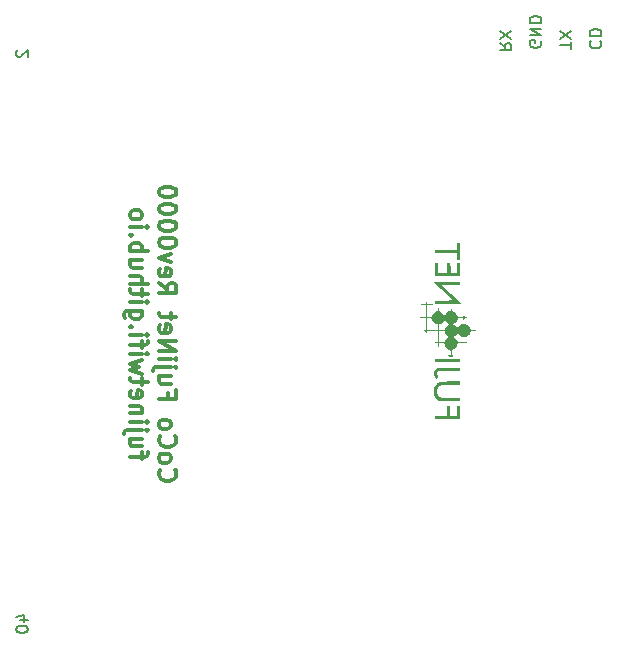
<source format=gbr>
%TF.GenerationSoftware,KiCad,Pcbnew,8.0.4*%
%TF.CreationDate,2024-08-25T21:49:16-05:00*%
%TF.ProjectId,CoCo-FujiNet-Rev0000,436f436f-2d46-4756-9a69-4e65742d5265,Rev 0000*%
%TF.SameCoordinates,Original*%
%TF.FileFunction,Legend,Bot*%
%TF.FilePolarity,Positive*%
%FSLAX46Y46*%
G04 Gerber Fmt 4.6, Leading zero omitted, Abs format (unit mm)*
G04 Created by KiCad (PCBNEW 8.0.4) date 2024-08-25 21:49:16*
%MOMM*%
%LPD*%
G01*
G04 APERTURE LIST*
%ADD10C,0.150000*%
%ADD11C,0.300000*%
%ADD12C,0.000000*%
G04 APERTURE END LIST*
D10*
X149208180Y-64936041D02*
X149684371Y-65269374D01*
X149208180Y-65507469D02*
X150208180Y-65507469D01*
X150208180Y-65507469D02*
X150208180Y-65126517D01*
X150208180Y-65126517D02*
X150160561Y-65031279D01*
X150160561Y-65031279D02*
X150112942Y-64983660D01*
X150112942Y-64983660D02*
X150017704Y-64936041D01*
X150017704Y-64936041D02*
X149874847Y-64936041D01*
X149874847Y-64936041D02*
X149779609Y-64983660D01*
X149779609Y-64983660D02*
X149731990Y-65031279D01*
X149731990Y-65031279D02*
X149684371Y-65126517D01*
X149684371Y-65126517D02*
X149684371Y-65507469D01*
X150208180Y-64602707D02*
X149208180Y-63936041D01*
X150208180Y-63936041D02*
X149208180Y-64602707D01*
D11*
X120485944Y-101034999D02*
X120414516Y-101106427D01*
X120414516Y-101106427D02*
X120343087Y-101320713D01*
X120343087Y-101320713D02*
X120343087Y-101463570D01*
X120343087Y-101463570D02*
X120414516Y-101677856D01*
X120414516Y-101677856D02*
X120557373Y-101820713D01*
X120557373Y-101820713D02*
X120700230Y-101892142D01*
X120700230Y-101892142D02*
X120985944Y-101963570D01*
X120985944Y-101963570D02*
X121200230Y-101963570D01*
X121200230Y-101963570D02*
X121485944Y-101892142D01*
X121485944Y-101892142D02*
X121628801Y-101820713D01*
X121628801Y-101820713D02*
X121771658Y-101677856D01*
X121771658Y-101677856D02*
X121843087Y-101463570D01*
X121843087Y-101463570D02*
X121843087Y-101320713D01*
X121843087Y-101320713D02*
X121771658Y-101106427D01*
X121771658Y-101106427D02*
X121700230Y-101034999D01*
X120343087Y-100177856D02*
X120414516Y-100320713D01*
X120414516Y-100320713D02*
X120485944Y-100392142D01*
X120485944Y-100392142D02*
X120628801Y-100463570D01*
X120628801Y-100463570D02*
X121057373Y-100463570D01*
X121057373Y-100463570D02*
X121200230Y-100392142D01*
X121200230Y-100392142D02*
X121271658Y-100320713D01*
X121271658Y-100320713D02*
X121343087Y-100177856D01*
X121343087Y-100177856D02*
X121343087Y-99963570D01*
X121343087Y-99963570D02*
X121271658Y-99820713D01*
X121271658Y-99820713D02*
X121200230Y-99749285D01*
X121200230Y-99749285D02*
X121057373Y-99677856D01*
X121057373Y-99677856D02*
X120628801Y-99677856D01*
X120628801Y-99677856D02*
X120485944Y-99749285D01*
X120485944Y-99749285D02*
X120414516Y-99820713D01*
X120414516Y-99820713D02*
X120343087Y-99963570D01*
X120343087Y-99963570D02*
X120343087Y-100177856D01*
X120485944Y-98177856D02*
X120414516Y-98249284D01*
X120414516Y-98249284D02*
X120343087Y-98463570D01*
X120343087Y-98463570D02*
X120343087Y-98606427D01*
X120343087Y-98606427D02*
X120414516Y-98820713D01*
X120414516Y-98820713D02*
X120557373Y-98963570D01*
X120557373Y-98963570D02*
X120700230Y-99034999D01*
X120700230Y-99034999D02*
X120985944Y-99106427D01*
X120985944Y-99106427D02*
X121200230Y-99106427D01*
X121200230Y-99106427D02*
X121485944Y-99034999D01*
X121485944Y-99034999D02*
X121628801Y-98963570D01*
X121628801Y-98963570D02*
X121771658Y-98820713D01*
X121771658Y-98820713D02*
X121843087Y-98606427D01*
X121843087Y-98606427D02*
X121843087Y-98463570D01*
X121843087Y-98463570D02*
X121771658Y-98249284D01*
X121771658Y-98249284D02*
X121700230Y-98177856D01*
X120343087Y-97320713D02*
X120414516Y-97463570D01*
X120414516Y-97463570D02*
X120485944Y-97534999D01*
X120485944Y-97534999D02*
X120628801Y-97606427D01*
X120628801Y-97606427D02*
X121057373Y-97606427D01*
X121057373Y-97606427D02*
X121200230Y-97534999D01*
X121200230Y-97534999D02*
X121271658Y-97463570D01*
X121271658Y-97463570D02*
X121343087Y-97320713D01*
X121343087Y-97320713D02*
X121343087Y-97106427D01*
X121343087Y-97106427D02*
X121271658Y-96963570D01*
X121271658Y-96963570D02*
X121200230Y-96892142D01*
X121200230Y-96892142D02*
X121057373Y-96820713D01*
X121057373Y-96820713D02*
X120628801Y-96820713D01*
X120628801Y-96820713D02*
X120485944Y-96892142D01*
X120485944Y-96892142D02*
X120414516Y-96963570D01*
X120414516Y-96963570D02*
X120343087Y-97106427D01*
X120343087Y-97106427D02*
X120343087Y-97320713D01*
X121128801Y-94534999D02*
X121128801Y-95034999D01*
X120343087Y-95034999D02*
X121843087Y-95034999D01*
X121843087Y-95034999D02*
X121843087Y-94320713D01*
X121343087Y-93106428D02*
X120343087Y-93106428D01*
X121343087Y-93749285D02*
X120557373Y-93749285D01*
X120557373Y-93749285D02*
X120414516Y-93677856D01*
X120414516Y-93677856D02*
X120343087Y-93534999D01*
X120343087Y-93534999D02*
X120343087Y-93320713D01*
X120343087Y-93320713D02*
X120414516Y-93177856D01*
X120414516Y-93177856D02*
X120485944Y-93106428D01*
X121343087Y-92392142D02*
X120057373Y-92392142D01*
X120057373Y-92392142D02*
X119914516Y-92463570D01*
X119914516Y-92463570D02*
X119843087Y-92606427D01*
X119843087Y-92606427D02*
X119843087Y-92677856D01*
X121843087Y-92392142D02*
X121771658Y-92463570D01*
X121771658Y-92463570D02*
X121700230Y-92392142D01*
X121700230Y-92392142D02*
X121771658Y-92320713D01*
X121771658Y-92320713D02*
X121843087Y-92392142D01*
X121843087Y-92392142D02*
X121700230Y-92392142D01*
X120343087Y-91677856D02*
X121343087Y-91677856D01*
X121843087Y-91677856D02*
X121771658Y-91749284D01*
X121771658Y-91749284D02*
X121700230Y-91677856D01*
X121700230Y-91677856D02*
X121771658Y-91606427D01*
X121771658Y-91606427D02*
X121843087Y-91677856D01*
X121843087Y-91677856D02*
X121700230Y-91677856D01*
X120343087Y-90963570D02*
X121843087Y-90963570D01*
X121843087Y-90963570D02*
X120343087Y-90106427D01*
X120343087Y-90106427D02*
X121843087Y-90106427D01*
X120414516Y-88820712D02*
X120343087Y-88963569D01*
X120343087Y-88963569D02*
X120343087Y-89249284D01*
X120343087Y-89249284D02*
X120414516Y-89392141D01*
X120414516Y-89392141D02*
X120557373Y-89463569D01*
X120557373Y-89463569D02*
X121128801Y-89463569D01*
X121128801Y-89463569D02*
X121271658Y-89392141D01*
X121271658Y-89392141D02*
X121343087Y-89249284D01*
X121343087Y-89249284D02*
X121343087Y-88963569D01*
X121343087Y-88963569D02*
X121271658Y-88820712D01*
X121271658Y-88820712D02*
X121128801Y-88749284D01*
X121128801Y-88749284D02*
X120985944Y-88749284D01*
X120985944Y-88749284D02*
X120843087Y-89463569D01*
X121343087Y-88320712D02*
X121343087Y-87749284D01*
X121843087Y-88106427D02*
X120557373Y-88106427D01*
X120557373Y-88106427D02*
X120414516Y-88034998D01*
X120414516Y-88034998D02*
X120343087Y-87892141D01*
X120343087Y-87892141D02*
X120343087Y-87749284D01*
X120343087Y-85249284D02*
X121057373Y-85749284D01*
X120343087Y-86106427D02*
X121843087Y-86106427D01*
X121843087Y-86106427D02*
X121843087Y-85534998D01*
X121843087Y-85534998D02*
X121771658Y-85392141D01*
X121771658Y-85392141D02*
X121700230Y-85320712D01*
X121700230Y-85320712D02*
X121557373Y-85249284D01*
X121557373Y-85249284D02*
X121343087Y-85249284D01*
X121343087Y-85249284D02*
X121200230Y-85320712D01*
X121200230Y-85320712D02*
X121128801Y-85392141D01*
X121128801Y-85392141D02*
X121057373Y-85534998D01*
X121057373Y-85534998D02*
X121057373Y-86106427D01*
X120414516Y-84034998D02*
X120343087Y-84177855D01*
X120343087Y-84177855D02*
X120343087Y-84463570D01*
X120343087Y-84463570D02*
X120414516Y-84606427D01*
X120414516Y-84606427D02*
X120557373Y-84677855D01*
X120557373Y-84677855D02*
X121128801Y-84677855D01*
X121128801Y-84677855D02*
X121271658Y-84606427D01*
X121271658Y-84606427D02*
X121343087Y-84463570D01*
X121343087Y-84463570D02*
X121343087Y-84177855D01*
X121343087Y-84177855D02*
X121271658Y-84034998D01*
X121271658Y-84034998D02*
X121128801Y-83963570D01*
X121128801Y-83963570D02*
X120985944Y-83963570D01*
X120985944Y-83963570D02*
X120843087Y-84677855D01*
X121343087Y-83463570D02*
X120343087Y-83106427D01*
X120343087Y-83106427D02*
X121343087Y-82749284D01*
X121843087Y-81892141D02*
X121843087Y-81749284D01*
X121843087Y-81749284D02*
X121771658Y-81606427D01*
X121771658Y-81606427D02*
X121700230Y-81534999D01*
X121700230Y-81534999D02*
X121557373Y-81463570D01*
X121557373Y-81463570D02*
X121271658Y-81392141D01*
X121271658Y-81392141D02*
X120914516Y-81392141D01*
X120914516Y-81392141D02*
X120628801Y-81463570D01*
X120628801Y-81463570D02*
X120485944Y-81534999D01*
X120485944Y-81534999D02*
X120414516Y-81606427D01*
X120414516Y-81606427D02*
X120343087Y-81749284D01*
X120343087Y-81749284D02*
X120343087Y-81892141D01*
X120343087Y-81892141D02*
X120414516Y-82034999D01*
X120414516Y-82034999D02*
X120485944Y-82106427D01*
X120485944Y-82106427D02*
X120628801Y-82177856D01*
X120628801Y-82177856D02*
X120914516Y-82249284D01*
X120914516Y-82249284D02*
X121271658Y-82249284D01*
X121271658Y-82249284D02*
X121557373Y-82177856D01*
X121557373Y-82177856D02*
X121700230Y-82106427D01*
X121700230Y-82106427D02*
X121771658Y-82034999D01*
X121771658Y-82034999D02*
X121843087Y-81892141D01*
X121843087Y-80463570D02*
X121843087Y-80320713D01*
X121843087Y-80320713D02*
X121771658Y-80177856D01*
X121771658Y-80177856D02*
X121700230Y-80106428D01*
X121700230Y-80106428D02*
X121557373Y-80034999D01*
X121557373Y-80034999D02*
X121271658Y-79963570D01*
X121271658Y-79963570D02*
X120914516Y-79963570D01*
X120914516Y-79963570D02*
X120628801Y-80034999D01*
X120628801Y-80034999D02*
X120485944Y-80106428D01*
X120485944Y-80106428D02*
X120414516Y-80177856D01*
X120414516Y-80177856D02*
X120343087Y-80320713D01*
X120343087Y-80320713D02*
X120343087Y-80463570D01*
X120343087Y-80463570D02*
X120414516Y-80606428D01*
X120414516Y-80606428D02*
X120485944Y-80677856D01*
X120485944Y-80677856D02*
X120628801Y-80749285D01*
X120628801Y-80749285D02*
X120914516Y-80820713D01*
X120914516Y-80820713D02*
X121271658Y-80820713D01*
X121271658Y-80820713D02*
X121557373Y-80749285D01*
X121557373Y-80749285D02*
X121700230Y-80677856D01*
X121700230Y-80677856D02*
X121771658Y-80606428D01*
X121771658Y-80606428D02*
X121843087Y-80463570D01*
X121843087Y-79034999D02*
X121843087Y-78892142D01*
X121843087Y-78892142D02*
X121771658Y-78749285D01*
X121771658Y-78749285D02*
X121700230Y-78677857D01*
X121700230Y-78677857D02*
X121557373Y-78606428D01*
X121557373Y-78606428D02*
X121271658Y-78534999D01*
X121271658Y-78534999D02*
X120914516Y-78534999D01*
X120914516Y-78534999D02*
X120628801Y-78606428D01*
X120628801Y-78606428D02*
X120485944Y-78677857D01*
X120485944Y-78677857D02*
X120414516Y-78749285D01*
X120414516Y-78749285D02*
X120343087Y-78892142D01*
X120343087Y-78892142D02*
X120343087Y-79034999D01*
X120343087Y-79034999D02*
X120414516Y-79177857D01*
X120414516Y-79177857D02*
X120485944Y-79249285D01*
X120485944Y-79249285D02*
X120628801Y-79320714D01*
X120628801Y-79320714D02*
X120914516Y-79392142D01*
X120914516Y-79392142D02*
X121271658Y-79392142D01*
X121271658Y-79392142D02*
X121557373Y-79320714D01*
X121557373Y-79320714D02*
X121700230Y-79249285D01*
X121700230Y-79249285D02*
X121771658Y-79177857D01*
X121771658Y-79177857D02*
X121843087Y-79034999D01*
X121843087Y-77606428D02*
X121843087Y-77463571D01*
X121843087Y-77463571D02*
X121771658Y-77320714D01*
X121771658Y-77320714D02*
X121700230Y-77249286D01*
X121700230Y-77249286D02*
X121557373Y-77177857D01*
X121557373Y-77177857D02*
X121271658Y-77106428D01*
X121271658Y-77106428D02*
X120914516Y-77106428D01*
X120914516Y-77106428D02*
X120628801Y-77177857D01*
X120628801Y-77177857D02*
X120485944Y-77249286D01*
X120485944Y-77249286D02*
X120414516Y-77320714D01*
X120414516Y-77320714D02*
X120343087Y-77463571D01*
X120343087Y-77463571D02*
X120343087Y-77606428D01*
X120343087Y-77606428D02*
X120414516Y-77749286D01*
X120414516Y-77749286D02*
X120485944Y-77820714D01*
X120485944Y-77820714D02*
X120628801Y-77892143D01*
X120628801Y-77892143D02*
X120914516Y-77963571D01*
X120914516Y-77963571D02*
X121271658Y-77963571D01*
X121271658Y-77963571D02*
X121557373Y-77892143D01*
X121557373Y-77892143D02*
X121700230Y-77820714D01*
X121700230Y-77820714D02*
X121771658Y-77749286D01*
X121771658Y-77749286D02*
X121843087Y-77606428D01*
X118928171Y-100142144D02*
X118928171Y-99570716D01*
X117928171Y-99927859D02*
X119213885Y-99927859D01*
X119213885Y-99927859D02*
X119356742Y-99856430D01*
X119356742Y-99856430D02*
X119428171Y-99713573D01*
X119428171Y-99713573D02*
X119428171Y-99570716D01*
X118928171Y-98427859D02*
X117928171Y-98427859D01*
X118928171Y-99070716D02*
X118142457Y-99070716D01*
X118142457Y-99070716D02*
X117999600Y-98999287D01*
X117999600Y-98999287D02*
X117928171Y-98856430D01*
X117928171Y-98856430D02*
X117928171Y-98642144D01*
X117928171Y-98642144D02*
X117999600Y-98499287D01*
X117999600Y-98499287D02*
X118071028Y-98427859D01*
X118928171Y-97713573D02*
X117642457Y-97713573D01*
X117642457Y-97713573D02*
X117499600Y-97785001D01*
X117499600Y-97785001D02*
X117428171Y-97927858D01*
X117428171Y-97927858D02*
X117428171Y-97999287D01*
X119428171Y-97713573D02*
X119356742Y-97785001D01*
X119356742Y-97785001D02*
X119285314Y-97713573D01*
X119285314Y-97713573D02*
X119356742Y-97642144D01*
X119356742Y-97642144D02*
X119428171Y-97713573D01*
X119428171Y-97713573D02*
X119285314Y-97713573D01*
X117928171Y-96999287D02*
X118928171Y-96999287D01*
X119428171Y-96999287D02*
X119356742Y-97070715D01*
X119356742Y-97070715D02*
X119285314Y-96999287D01*
X119285314Y-96999287D02*
X119356742Y-96927858D01*
X119356742Y-96927858D02*
X119428171Y-96999287D01*
X119428171Y-96999287D02*
X119285314Y-96999287D01*
X118928171Y-96285001D02*
X117928171Y-96285001D01*
X118785314Y-96285001D02*
X118856742Y-96213572D01*
X118856742Y-96213572D02*
X118928171Y-96070715D01*
X118928171Y-96070715D02*
X118928171Y-95856429D01*
X118928171Y-95856429D02*
X118856742Y-95713572D01*
X118856742Y-95713572D02*
X118713885Y-95642144D01*
X118713885Y-95642144D02*
X117928171Y-95642144D01*
X117999600Y-94356429D02*
X117928171Y-94499286D01*
X117928171Y-94499286D02*
X117928171Y-94785001D01*
X117928171Y-94785001D02*
X117999600Y-94927858D01*
X117999600Y-94927858D02*
X118142457Y-94999286D01*
X118142457Y-94999286D02*
X118713885Y-94999286D01*
X118713885Y-94999286D02*
X118856742Y-94927858D01*
X118856742Y-94927858D02*
X118928171Y-94785001D01*
X118928171Y-94785001D02*
X118928171Y-94499286D01*
X118928171Y-94499286D02*
X118856742Y-94356429D01*
X118856742Y-94356429D02*
X118713885Y-94285001D01*
X118713885Y-94285001D02*
X118571028Y-94285001D01*
X118571028Y-94285001D02*
X118428171Y-94999286D01*
X118928171Y-93856429D02*
X118928171Y-93285001D01*
X119428171Y-93642144D02*
X118142457Y-93642144D01*
X118142457Y-93642144D02*
X117999600Y-93570715D01*
X117999600Y-93570715D02*
X117928171Y-93427858D01*
X117928171Y-93427858D02*
X117928171Y-93285001D01*
X118928171Y-92927858D02*
X117928171Y-92642144D01*
X117928171Y-92642144D02*
X118642457Y-92356429D01*
X118642457Y-92356429D02*
X117928171Y-92070715D01*
X117928171Y-92070715D02*
X118928171Y-91785001D01*
X117928171Y-91213572D02*
X118928171Y-91213572D01*
X119428171Y-91213572D02*
X119356742Y-91285000D01*
X119356742Y-91285000D02*
X119285314Y-91213572D01*
X119285314Y-91213572D02*
X119356742Y-91142143D01*
X119356742Y-91142143D02*
X119428171Y-91213572D01*
X119428171Y-91213572D02*
X119285314Y-91213572D01*
X118928171Y-90713571D02*
X118928171Y-90142143D01*
X117928171Y-90499286D02*
X119213885Y-90499286D01*
X119213885Y-90499286D02*
X119356742Y-90427857D01*
X119356742Y-90427857D02*
X119428171Y-90285000D01*
X119428171Y-90285000D02*
X119428171Y-90142143D01*
X117928171Y-89642143D02*
X118928171Y-89642143D01*
X119428171Y-89642143D02*
X119356742Y-89713571D01*
X119356742Y-89713571D02*
X119285314Y-89642143D01*
X119285314Y-89642143D02*
X119356742Y-89570714D01*
X119356742Y-89570714D02*
X119428171Y-89642143D01*
X119428171Y-89642143D02*
X119285314Y-89642143D01*
X118071028Y-88927857D02*
X117999600Y-88856428D01*
X117999600Y-88856428D02*
X117928171Y-88927857D01*
X117928171Y-88927857D02*
X117999600Y-88999285D01*
X117999600Y-88999285D02*
X118071028Y-88927857D01*
X118071028Y-88927857D02*
X117928171Y-88927857D01*
X118928171Y-87570714D02*
X117713885Y-87570714D01*
X117713885Y-87570714D02*
X117571028Y-87642142D01*
X117571028Y-87642142D02*
X117499600Y-87713571D01*
X117499600Y-87713571D02*
X117428171Y-87856428D01*
X117428171Y-87856428D02*
X117428171Y-88070714D01*
X117428171Y-88070714D02*
X117499600Y-88213571D01*
X117999600Y-87570714D02*
X117928171Y-87713571D01*
X117928171Y-87713571D02*
X117928171Y-87999285D01*
X117928171Y-87999285D02*
X117999600Y-88142142D01*
X117999600Y-88142142D02*
X118071028Y-88213571D01*
X118071028Y-88213571D02*
X118213885Y-88284999D01*
X118213885Y-88284999D02*
X118642457Y-88284999D01*
X118642457Y-88284999D02*
X118785314Y-88213571D01*
X118785314Y-88213571D02*
X118856742Y-88142142D01*
X118856742Y-88142142D02*
X118928171Y-87999285D01*
X118928171Y-87999285D02*
X118928171Y-87713571D01*
X118928171Y-87713571D02*
X118856742Y-87570714D01*
X117928171Y-86856428D02*
X118928171Y-86856428D01*
X119428171Y-86856428D02*
X119356742Y-86927856D01*
X119356742Y-86927856D02*
X119285314Y-86856428D01*
X119285314Y-86856428D02*
X119356742Y-86784999D01*
X119356742Y-86784999D02*
X119428171Y-86856428D01*
X119428171Y-86856428D02*
X119285314Y-86856428D01*
X118928171Y-86356427D02*
X118928171Y-85784999D01*
X119428171Y-86142142D02*
X118142457Y-86142142D01*
X118142457Y-86142142D02*
X117999600Y-86070713D01*
X117999600Y-86070713D02*
X117928171Y-85927856D01*
X117928171Y-85927856D02*
X117928171Y-85784999D01*
X117928171Y-85284999D02*
X119428171Y-85284999D01*
X117928171Y-84642142D02*
X118713885Y-84642142D01*
X118713885Y-84642142D02*
X118856742Y-84713570D01*
X118856742Y-84713570D02*
X118928171Y-84856427D01*
X118928171Y-84856427D02*
X118928171Y-85070713D01*
X118928171Y-85070713D02*
X118856742Y-85213570D01*
X118856742Y-85213570D02*
X118785314Y-85284999D01*
X118928171Y-83284999D02*
X117928171Y-83284999D01*
X118928171Y-83927856D02*
X118142457Y-83927856D01*
X118142457Y-83927856D02*
X117999600Y-83856427D01*
X117999600Y-83856427D02*
X117928171Y-83713570D01*
X117928171Y-83713570D02*
X117928171Y-83499284D01*
X117928171Y-83499284D02*
X117999600Y-83356427D01*
X117999600Y-83356427D02*
X118071028Y-83284999D01*
X117928171Y-82570713D02*
X119428171Y-82570713D01*
X118856742Y-82570713D02*
X118928171Y-82427856D01*
X118928171Y-82427856D02*
X118928171Y-82142141D01*
X118928171Y-82142141D02*
X118856742Y-81999284D01*
X118856742Y-81999284D02*
X118785314Y-81927856D01*
X118785314Y-81927856D02*
X118642457Y-81856427D01*
X118642457Y-81856427D02*
X118213885Y-81856427D01*
X118213885Y-81856427D02*
X118071028Y-81927856D01*
X118071028Y-81927856D02*
X117999600Y-81999284D01*
X117999600Y-81999284D02*
X117928171Y-82142141D01*
X117928171Y-82142141D02*
X117928171Y-82427856D01*
X117928171Y-82427856D02*
X117999600Y-82570713D01*
X118071028Y-81213570D02*
X117999600Y-81142141D01*
X117999600Y-81142141D02*
X117928171Y-81213570D01*
X117928171Y-81213570D02*
X117999600Y-81284998D01*
X117999600Y-81284998D02*
X118071028Y-81213570D01*
X118071028Y-81213570D02*
X117928171Y-81213570D01*
X117928171Y-80499284D02*
X118928171Y-80499284D01*
X119428171Y-80499284D02*
X119356742Y-80570712D01*
X119356742Y-80570712D02*
X119285314Y-80499284D01*
X119285314Y-80499284D02*
X119356742Y-80427855D01*
X119356742Y-80427855D02*
X119428171Y-80499284D01*
X119428171Y-80499284D02*
X119285314Y-80499284D01*
X117928171Y-79570712D02*
X117999600Y-79713569D01*
X117999600Y-79713569D02*
X118071028Y-79784998D01*
X118071028Y-79784998D02*
X118213885Y-79856426D01*
X118213885Y-79856426D02*
X118642457Y-79856426D01*
X118642457Y-79856426D02*
X118785314Y-79784998D01*
X118785314Y-79784998D02*
X118856742Y-79713569D01*
X118856742Y-79713569D02*
X118928171Y-79570712D01*
X118928171Y-79570712D02*
X118928171Y-79356426D01*
X118928171Y-79356426D02*
X118856742Y-79213569D01*
X118856742Y-79213569D02*
X118785314Y-79142141D01*
X118785314Y-79142141D02*
X118642457Y-79070712D01*
X118642457Y-79070712D02*
X118213885Y-79070712D01*
X118213885Y-79070712D02*
X118071028Y-79142141D01*
X118071028Y-79142141D02*
X117999600Y-79213569D01*
X117999600Y-79213569D02*
X117928171Y-79356426D01*
X117928171Y-79356426D02*
X117928171Y-79570712D01*
D10*
X152700561Y-64738911D02*
X152748180Y-64834149D01*
X152748180Y-64834149D02*
X152748180Y-64977006D01*
X152748180Y-64977006D02*
X152700561Y-65119863D01*
X152700561Y-65119863D02*
X152605323Y-65215101D01*
X152605323Y-65215101D02*
X152510085Y-65262720D01*
X152510085Y-65262720D02*
X152319609Y-65310339D01*
X152319609Y-65310339D02*
X152176752Y-65310339D01*
X152176752Y-65310339D02*
X151986276Y-65262720D01*
X151986276Y-65262720D02*
X151891038Y-65215101D01*
X151891038Y-65215101D02*
X151795800Y-65119863D01*
X151795800Y-65119863D02*
X151748180Y-64977006D01*
X151748180Y-64977006D02*
X151748180Y-64881768D01*
X151748180Y-64881768D02*
X151795800Y-64738911D01*
X151795800Y-64738911D02*
X151843419Y-64691292D01*
X151843419Y-64691292D02*
X152176752Y-64691292D01*
X152176752Y-64691292D02*
X152176752Y-64881768D01*
X151748180Y-64262720D02*
X152748180Y-64262720D01*
X152748180Y-64262720D02*
X151748180Y-63691292D01*
X151748180Y-63691292D02*
X152748180Y-63691292D01*
X151748180Y-63215101D02*
X152748180Y-63215101D01*
X152748180Y-63215101D02*
X152748180Y-62977006D01*
X152748180Y-62977006D02*
X152700561Y-62834149D01*
X152700561Y-62834149D02*
X152605323Y-62738911D01*
X152605323Y-62738911D02*
X152510085Y-62691292D01*
X152510085Y-62691292D02*
X152319609Y-62643673D01*
X152319609Y-62643673D02*
X152176752Y-62643673D01*
X152176752Y-62643673D02*
X151986276Y-62691292D01*
X151986276Y-62691292D02*
X151891038Y-62738911D01*
X151891038Y-62738911D02*
X151795800Y-62834149D01*
X151795800Y-62834149D02*
X151748180Y-62977006D01*
X151748180Y-62977006D02*
X151748180Y-63215101D01*
X156923419Y-64729660D02*
X156875800Y-64777279D01*
X156875800Y-64777279D02*
X156828180Y-64920136D01*
X156828180Y-64920136D02*
X156828180Y-65015374D01*
X156828180Y-65015374D02*
X156875800Y-65158231D01*
X156875800Y-65158231D02*
X156971038Y-65253469D01*
X156971038Y-65253469D02*
X157066276Y-65301088D01*
X157066276Y-65301088D02*
X157256752Y-65348707D01*
X157256752Y-65348707D02*
X157399609Y-65348707D01*
X157399609Y-65348707D02*
X157590085Y-65301088D01*
X157590085Y-65301088D02*
X157685323Y-65253469D01*
X157685323Y-65253469D02*
X157780561Y-65158231D01*
X157780561Y-65158231D02*
X157828180Y-65015374D01*
X157828180Y-65015374D02*
X157828180Y-64920136D01*
X157828180Y-64920136D02*
X157780561Y-64777279D01*
X157780561Y-64777279D02*
X157732942Y-64729660D01*
X156828180Y-64301088D02*
X157828180Y-64301088D01*
X157828180Y-64301088D02*
X157828180Y-64062993D01*
X157828180Y-64062993D02*
X157780561Y-63920136D01*
X157780561Y-63920136D02*
X157685323Y-63824898D01*
X157685323Y-63824898D02*
X157590085Y-63777279D01*
X157590085Y-63777279D02*
X157399609Y-63729660D01*
X157399609Y-63729660D02*
X157256752Y-63729660D01*
X157256752Y-63729660D02*
X157066276Y-63777279D01*
X157066276Y-63777279D02*
X156971038Y-63824898D01*
X156971038Y-63824898D02*
X156875800Y-63920136D01*
X156875800Y-63920136D02*
X156828180Y-64062993D01*
X156828180Y-64062993D02*
X156828180Y-64301088D01*
X155288180Y-65412231D02*
X155288180Y-64840803D01*
X154288180Y-65126517D02*
X155288180Y-65126517D01*
X155288180Y-64602707D02*
X154288180Y-63936041D01*
X155288180Y-63936041D02*
X154288180Y-64602707D01*
X108607152Y-113794035D02*
X109273819Y-113794035D01*
X108226200Y-113555940D02*
X108940485Y-113317845D01*
X108940485Y-113317845D02*
X108940485Y-113936892D01*
X108273819Y-114508321D02*
X108273819Y-114603559D01*
X108273819Y-114603559D02*
X108321438Y-114698797D01*
X108321438Y-114698797D02*
X108369057Y-114746416D01*
X108369057Y-114746416D02*
X108464295Y-114794035D01*
X108464295Y-114794035D02*
X108654771Y-114841654D01*
X108654771Y-114841654D02*
X108892866Y-114841654D01*
X108892866Y-114841654D02*
X109083342Y-114794035D01*
X109083342Y-114794035D02*
X109178580Y-114746416D01*
X109178580Y-114746416D02*
X109226200Y-114698797D01*
X109226200Y-114698797D02*
X109273819Y-114603559D01*
X109273819Y-114603559D02*
X109273819Y-114508321D01*
X109273819Y-114508321D02*
X109226200Y-114413083D01*
X109226200Y-114413083D02*
X109178580Y-114365464D01*
X109178580Y-114365464D02*
X109083342Y-114317845D01*
X109083342Y-114317845D02*
X108892866Y-114270226D01*
X108892866Y-114270226D02*
X108654771Y-114270226D01*
X108654771Y-114270226D02*
X108464295Y-114317845D01*
X108464295Y-114317845D02*
X108369057Y-114365464D01*
X108369057Y-114365464D02*
X108321438Y-114413083D01*
X108321438Y-114413083D02*
X108273819Y-114508321D01*
X108369057Y-65534036D02*
X108321438Y-65581655D01*
X108321438Y-65581655D02*
X108273819Y-65676893D01*
X108273819Y-65676893D02*
X108273819Y-65914988D01*
X108273819Y-65914988D02*
X108321438Y-66010226D01*
X108321438Y-66010226D02*
X108369057Y-66057845D01*
X108369057Y-66057845D02*
X108464295Y-66105464D01*
X108464295Y-66105464D02*
X108559533Y-66105464D01*
X108559533Y-66105464D02*
X108702390Y-66057845D01*
X108702390Y-66057845D02*
X109273819Y-65486417D01*
X109273819Y-65486417D02*
X109273819Y-66105464D01*
D12*
%TO.C,G\u002A\u002A\u002A*%
G36*
X145884347Y-91781121D02*
G01*
X145884347Y-91919165D01*
X144795338Y-91919165D01*
X143706328Y-91919165D01*
X143706328Y-91781121D01*
X143706328Y-91643078D01*
X144795338Y-91643078D01*
X145884347Y-91643078D01*
X145884347Y-91781121D01*
G37*
G36*
X145884347Y-82576459D02*
G01*
X145884347Y-83329793D01*
X145746304Y-83329793D01*
X145608260Y-83329793D01*
X145608260Y-83023029D01*
X145608260Y-82716266D01*
X144655530Y-82716266D01*
X143702800Y-82716266D01*
X143712233Y-82585892D01*
X143721666Y-82455517D01*
X144663858Y-82447406D01*
X145606049Y-82439296D01*
X145614824Y-82140643D01*
X145623599Y-81841991D01*
X145753973Y-81832558D01*
X145884347Y-81823125D01*
X145884347Y-82576459D01*
G37*
G36*
X145025410Y-96060469D02*
G01*
X145025410Y-96489938D01*
X145332173Y-96489938D01*
X145638937Y-96489938D01*
X145638937Y-96060469D01*
X145638937Y-95631000D01*
X145761642Y-95631000D01*
X145884347Y-95631000D01*
X145884347Y-96198512D01*
X145884347Y-96766024D01*
X144793574Y-96766024D01*
X143702800Y-96766024D01*
X143712233Y-96635650D01*
X143721666Y-96505276D01*
X144250833Y-96496882D01*
X144780000Y-96488489D01*
X144780000Y-96059745D01*
X144780000Y-95631000D01*
X144902705Y-95631000D01*
X145025410Y-95631000D01*
X145025410Y-96060469D01*
G37*
G36*
X144911227Y-83519798D02*
G01*
X145040748Y-83529189D01*
X145049267Y-83967466D01*
X145057785Y-84405744D01*
X145340692Y-84396935D01*
X145623599Y-84388126D01*
X145632110Y-83950988D01*
X145640621Y-83513851D01*
X145762484Y-83513851D01*
X145884347Y-83513851D01*
X145884347Y-84096701D01*
X145884347Y-84679551D01*
X144815789Y-84679551D01*
X144603765Y-84679146D01*
X144369644Y-84677688D01*
X144161190Y-84675299D01*
X143985540Y-84672112D01*
X143849829Y-84668260D01*
X143761197Y-84663878D01*
X143726779Y-84659100D01*
X143720555Y-84626088D01*
X143714860Y-84541088D01*
X143710356Y-84414407D01*
X143707394Y-84256107D01*
X143706328Y-84076250D01*
X143706328Y-83513851D01*
X143844372Y-83513851D01*
X143982415Y-83513851D01*
X143982415Y-83959574D01*
X143982415Y-84405297D01*
X144373538Y-84396712D01*
X144764661Y-84388126D01*
X144773183Y-83949266D01*
X144781705Y-83510406D01*
X144911227Y-83519798D01*
G37*
G36*
X145884347Y-85292568D02*
G01*
X145884347Y-85414764D01*
X145086552Y-85422943D01*
X144288757Y-85431121D01*
X145117228Y-86191075D01*
X145121045Y-86194577D01*
X145309652Y-86368417D01*
X145483042Y-86529773D01*
X145636186Y-86673848D01*
X145764053Y-86795844D01*
X145861615Y-86890962D01*
X145923840Y-86954405D01*
X145945700Y-86981374D01*
X145944385Y-86983298D01*
X145901516Y-86991470D01*
X145799426Y-86997778D01*
X145639855Y-87002186D01*
X145424546Y-87004660D01*
X145155241Y-87005165D01*
X144833683Y-87003666D01*
X143721666Y-86995614D01*
X143712258Y-86865752D01*
X143702851Y-86735891D01*
X144496489Y-86727709D01*
X145290127Y-86719527D01*
X144467551Y-85956985D01*
X144463671Y-85953388D01*
X144276425Y-85779478D01*
X144104286Y-85618988D01*
X143952249Y-85476620D01*
X143825307Y-85357077D01*
X143728451Y-85265059D01*
X143666677Y-85205269D01*
X143644975Y-85182408D01*
X143644987Y-85182353D01*
X143675667Y-85179613D01*
X143760767Y-85177094D01*
X143893491Y-85174869D01*
X144067040Y-85173011D01*
X144274617Y-85171594D01*
X144509423Y-85170690D01*
X144764661Y-85170372D01*
X145884347Y-85170372D01*
X145884347Y-85292568D01*
G37*
G36*
X145878442Y-92540360D02*
G01*
X145869009Y-92670735D01*
X144945701Y-92686073D01*
X144936785Y-92686221D01*
X144660982Y-92691431D01*
X144440664Y-92697072D01*
X144270126Y-92703480D01*
X144143667Y-92710992D01*
X144055582Y-92719944D01*
X144000170Y-92730672D01*
X143971728Y-92743513D01*
X143943326Y-92780467D01*
X143923135Y-92869009D01*
X143936425Y-92970821D01*
X143982415Y-93062559D01*
X143984683Y-93065459D01*
X144026489Y-93125894D01*
X144043768Y-93164417D01*
X144025180Y-93203702D01*
X143975727Y-93259853D01*
X143917251Y-93309128D01*
X143871789Y-93330276D01*
X143868951Y-93330098D01*
X143822914Y-93301138D01*
X143766445Y-93234849D01*
X143712444Y-93148808D01*
X143673815Y-93060589D01*
X143670275Y-93048160D01*
X143658615Y-92941020D01*
X143665911Y-92812429D01*
X143689111Y-92689726D01*
X143725167Y-92600248D01*
X143728243Y-92595698D01*
X143789363Y-92530193D01*
X143869046Y-92469989D01*
X143869151Y-92469925D01*
X143900021Y-92453175D01*
X143936236Y-92439876D01*
X143984797Y-92429630D01*
X144052704Y-92422042D01*
X144146960Y-92416715D01*
X144274564Y-92413254D01*
X144442517Y-92411262D01*
X144657821Y-92410343D01*
X144927476Y-92410101D01*
X145887875Y-92409986D01*
X145878442Y-92540360D01*
G37*
G36*
X145884347Y-93711472D02*
G01*
X145884347Y-93847257D01*
X145079094Y-93857184D01*
X145060113Y-93857419D01*
X144818427Y-93860761D01*
X144629696Y-93864454D01*
X144486068Y-93869115D01*
X144379691Y-93875358D01*
X144302716Y-93883799D01*
X144247289Y-93895054D01*
X144205561Y-93909737D01*
X144169680Y-93928464D01*
X144116618Y-93961860D01*
X144027119Y-94038599D01*
X143971985Y-94130454D01*
X143944113Y-94252368D01*
X143936401Y-94419285D01*
X143938486Y-94515549D01*
X143956458Y-94658233D01*
X143998674Y-94762309D01*
X144072122Y-94841645D01*
X144183791Y-94910107D01*
X144220941Y-94927207D01*
X144267242Y-94942430D01*
X144326279Y-94954093D01*
X144406155Y-94962823D01*
X144514973Y-94969252D01*
X144660835Y-94974009D01*
X144851844Y-94977724D01*
X145096103Y-94981026D01*
X145887690Y-94990593D01*
X145878349Y-95119070D01*
X145869009Y-95247546D01*
X145056087Y-95247546D01*
X144804728Y-95247014D01*
X144584444Y-95244502D01*
X144410473Y-95238812D01*
X144274997Y-95228750D01*
X144170203Y-95213120D01*
X144088275Y-95190727D01*
X144021396Y-95160377D01*
X143961752Y-95120875D01*
X143901526Y-95071025D01*
X143824688Y-94994008D01*
X143732429Y-94850286D01*
X143675163Y-94670021D01*
X143665615Y-94610489D01*
X143658372Y-94453165D01*
X143668526Y-94281077D01*
X143693956Y-94119264D01*
X143732541Y-93992765D01*
X143747499Y-93962743D01*
X143817413Y-93858546D01*
X143900175Y-93768730D01*
X143930583Y-93742969D01*
X143999167Y-93693610D01*
X144074643Y-93654865D01*
X144164786Y-93625492D01*
X144277372Y-93604247D01*
X144420178Y-93589887D01*
X144600979Y-93581169D01*
X144827550Y-93576850D01*
X145107669Y-93575686D01*
X145884347Y-93575686D01*
X145884347Y-93711472D01*
G37*
G36*
X143001083Y-86681260D02*
G01*
X143016041Y-86750551D01*
X143025244Y-86849901D01*
X143034376Y-87041628D01*
X143324338Y-87041628D01*
X143381223Y-87042102D01*
X143504389Y-87047412D01*
X143585242Y-87057814D01*
X143614299Y-87072305D01*
X143609655Y-87078419D01*
X143559069Y-87091403D01*
X143460335Y-87099921D01*
X143322874Y-87102981D01*
X143031449Y-87102981D01*
X143031449Y-87625880D01*
X143031449Y-88148779D01*
X143235540Y-88139709D01*
X143439631Y-88130638D01*
X143481796Y-88008521D01*
X143490127Y-87986129D01*
X143578834Y-87836613D01*
X143707144Y-87717205D01*
X143859175Y-87643276D01*
X143922754Y-87623705D01*
X143975868Y-87595136D01*
X143998373Y-87547418D01*
X144007134Y-87459617D01*
X144012246Y-87409297D01*
X144029472Y-87346867D01*
X144050018Y-87340536D01*
X144067228Y-87387713D01*
X144074444Y-87485808D01*
X144074721Y-87520104D01*
X144082407Y-87588491D01*
X144109738Y-87621987D01*
X144168752Y-87640317D01*
X144250080Y-87672685D01*
X144359205Y-87747950D01*
X144456412Y-87844395D01*
X144519945Y-87943256D01*
X144557722Y-88033101D01*
X144611399Y-87919985D01*
X144659387Y-87837775D01*
X144776258Y-87724105D01*
X144937535Y-87650286D01*
X145009200Y-87623804D01*
X145047156Y-87587498D01*
X145056087Y-87527594D01*
X145065427Y-87467621D01*
X145102101Y-87440421D01*
X145134397Y-87459387D01*
X145148115Y-87532450D01*
X145158277Y-87598864D01*
X145195352Y-87624479D01*
X145277194Y-87644589D01*
X145378369Y-87696317D01*
X145475849Y-87765856D01*
X145547040Y-87839399D01*
X145547684Y-87840306D01*
X145603158Y-87937797D01*
X145643442Y-88040748D01*
X145673192Y-88148493D01*
X145909144Y-88139565D01*
X146145096Y-88130638D01*
X146154368Y-87969587D01*
X146160101Y-87907326D01*
X146174165Y-87836220D01*
X146191111Y-87808537D01*
X146202455Y-87821129D01*
X146217949Y-87879583D01*
X146227853Y-87969587D01*
X146237125Y-88130638D01*
X146367500Y-88140071D01*
X146380391Y-88141103D01*
X146467106Y-88156480D01*
X146493862Y-88177849D01*
X146460660Y-88198878D01*
X146367500Y-88213234D01*
X146237125Y-88222667D01*
X146228103Y-88445514D01*
X146225319Y-88558461D01*
X146230159Y-88630740D01*
X146245550Y-88668635D01*
X146274118Y-88685856D01*
X146340007Y-88708067D01*
X146478901Y-88769607D01*
X146578917Y-88843686D01*
X146656340Y-88941180D01*
X146686287Y-88992749D01*
X146727229Y-89082843D01*
X146743285Y-89148963D01*
X146744015Y-89169983D01*
X146754434Y-89197650D01*
X146787540Y-89212510D01*
X146856219Y-89218523D01*
X146973357Y-89219648D01*
X147061676Y-89220702D01*
X147147825Y-89227144D01*
X147191378Y-89241391D01*
X147203429Y-89265662D01*
X147198526Y-89282848D01*
X147166950Y-89300363D01*
X147096415Y-89309223D01*
X146975794Y-89311677D01*
X146748159Y-89311677D01*
X146727584Y-89405358D01*
X146725754Y-89412974D01*
X146674038Y-89519367D01*
X146582857Y-89626332D01*
X146469726Y-89716700D01*
X146352161Y-89773305D01*
X146221787Y-89812209D01*
X146221787Y-90037426D01*
X146221787Y-90262643D01*
X146359830Y-90262643D01*
X146418380Y-90264514D01*
X146479808Y-90278329D01*
X146497874Y-90308657D01*
X146492261Y-90328174D01*
X146450817Y-90348650D01*
X146359830Y-90354672D01*
X146221787Y-90354672D01*
X146221787Y-90569406D01*
X146221787Y-90569615D01*
X146217720Y-90679722D01*
X146206847Y-90755767D01*
X146191111Y-90784140D01*
X146191081Y-90784140D01*
X146175351Y-90755675D01*
X146164488Y-90679560D01*
X146160434Y-90569406D01*
X146160434Y-90354672D01*
X145916206Y-90354672D01*
X145671978Y-90354672D01*
X145639312Y-90475982D01*
X145619763Y-90533634D01*
X145545373Y-90664308D01*
X145443322Y-90773482D01*
X145327299Y-90848366D01*
X145210992Y-90876169D01*
X145193688Y-90877091D01*
X145168936Y-90889212D01*
X145155230Y-90925393D01*
X145149359Y-90998060D01*
X145148115Y-91119636D01*
X145148115Y-91363103D01*
X145247814Y-91372716D01*
X145312666Y-91385157D01*
X145344050Y-91410070D01*
X145318222Y-91437851D01*
X145236205Y-91460733D01*
X145203798Y-91464805D01*
X145104489Y-91469152D01*
X144989420Y-91466543D01*
X144874013Y-91458300D01*
X144773691Y-91445747D01*
X144703876Y-91430208D01*
X144679990Y-91413005D01*
X144703283Y-91398171D01*
X144773031Y-91382707D01*
X144871717Y-91373196D01*
X145056087Y-91364063D01*
X145056087Y-91120116D01*
X145055844Y-91052398D01*
X145052700Y-90956677D01*
X145043347Y-90903674D01*
X145024583Y-90880977D01*
X144993210Y-90876169D01*
X144945677Y-90871144D01*
X144827824Y-90822204D01*
X144715950Y-90731504D01*
X144623742Y-90611833D01*
X144564890Y-90475982D01*
X144532224Y-90354672D01*
X144303334Y-90354672D01*
X144074444Y-90354672D01*
X144074444Y-90475567D01*
X144073884Y-90498906D01*
X144063376Y-90575199D01*
X144043768Y-90615421D01*
X144035090Y-90616490D01*
X144018969Y-90580389D01*
X144015672Y-90532874D01*
X144013091Y-90495677D01*
X144013091Y-90356974D01*
X143736835Y-90348154D01*
X143682542Y-90345882D01*
X143567246Y-90336649D01*
X143489249Y-90323667D01*
X143460578Y-90308657D01*
X143465430Y-90302474D01*
X143515429Y-90288075D01*
X143609906Y-90276397D01*
X143736835Y-90269161D01*
X144013091Y-90260341D01*
X144013091Y-89787160D01*
X144074444Y-89787160D01*
X144074444Y-90262643D01*
X144319855Y-90262643D01*
X144350329Y-90262587D01*
X144462334Y-90260128D01*
X144527523Y-90252117D01*
X144557877Y-90235934D01*
X144565380Y-90208959D01*
X144566483Y-90193703D01*
X144595139Y-90110172D01*
X144652642Y-90015674D01*
X144725605Y-89926991D01*
X144800640Y-89860904D01*
X144864359Y-89834195D01*
X144872757Y-89833710D01*
X144900878Y-89816592D01*
X144887640Y-89796728D01*
X145300257Y-89796728D01*
X145412209Y-89865917D01*
X145511509Y-89953848D01*
X145599135Y-90098875D01*
X145674111Y-90262643D01*
X145917272Y-90262643D01*
X146160434Y-90262643D01*
X146160434Y-90037426D01*
X146160434Y-89812209D01*
X146041883Y-89776690D01*
X145939615Y-89736514D01*
X145798006Y-89634069D01*
X145701849Y-89491588D01*
X145649764Y-89375251D01*
X145638937Y-89399791D01*
X145595199Y-89498926D01*
X145581010Y-89526974D01*
X145508829Y-89626707D01*
X145420445Y-89709664D01*
X145300257Y-89796728D01*
X144887640Y-89796728D01*
X144874689Y-89777294D01*
X144795679Y-89718328D01*
X144716094Y-89647312D01*
X144641681Y-89549038D01*
X144586714Y-89445589D01*
X144565265Y-89358913D01*
X144556667Y-89336654D01*
X144520381Y-89321345D01*
X144445165Y-89313736D01*
X144319855Y-89311677D01*
X144074444Y-89311677D01*
X144074444Y-89787160D01*
X144013091Y-89787160D01*
X144013091Y-89786009D01*
X144013091Y-89311677D01*
X143524214Y-89311677D01*
X143035336Y-89311677D01*
X143025723Y-89411375D01*
X143024926Y-89418773D01*
X143008921Y-89484203D01*
X142985434Y-89511073D01*
X142983132Y-89510799D01*
X142959961Y-89479285D01*
X142945145Y-89411375D01*
X142936487Y-89356429D01*
X142908716Y-89319708D01*
X142845447Y-89311677D01*
X142782705Y-89302250D01*
X142755362Y-89265662D01*
X142774328Y-89233367D01*
X142847391Y-89219648D01*
X142939420Y-89219648D01*
X142939420Y-88713488D01*
X142939420Y-88712087D01*
X143031449Y-88712087D01*
X143031449Y-89219648D01*
X143523560Y-89219648D01*
X144015672Y-89219648D01*
X144006713Y-88985028D01*
X143997753Y-88750408D01*
X143940325Y-88733701D01*
X144074444Y-88733701D01*
X144074444Y-88976674D01*
X144074444Y-89219648D01*
X144319855Y-89219648D01*
X144334003Y-89219635D01*
X144452772Y-89217464D01*
X144523087Y-89209869D01*
X144556675Y-89194413D01*
X144565265Y-89168659D01*
X144567097Y-89148656D01*
X144600060Y-89059579D01*
X144663398Y-88959060D01*
X144742753Y-88867321D01*
X144823767Y-88804582D01*
X144848077Y-88790992D01*
X144908989Y-88751238D01*
X144933381Y-88725572D01*
X145270821Y-88725572D01*
X145273638Y-88731576D01*
X145311982Y-88763289D01*
X145380889Y-88804827D01*
X145398767Y-88815428D01*
X145487213Y-88890067D01*
X145557278Y-88980286D01*
X145575905Y-89011854D01*
X145615903Y-89071965D01*
X145638937Y-89095274D01*
X145646392Y-89089102D01*
X145676197Y-89043483D01*
X145716058Y-88968272D01*
X145722959Y-88955070D01*
X145813066Y-88845366D01*
X145946740Y-88751309D01*
X146108104Y-88684397D01*
X146135838Y-88668965D01*
X146151676Y-88632896D01*
X146156895Y-88562953D01*
X146154118Y-88445514D01*
X146145096Y-88222667D01*
X145909144Y-88213740D01*
X145673192Y-88204813D01*
X145642536Y-88315838D01*
X145632418Y-88348095D01*
X145565037Y-88482546D01*
X145470584Y-88595339D01*
X145364717Y-88666700D01*
X145357546Y-88669729D01*
X145296061Y-88701524D01*
X145270821Y-88725572D01*
X144933381Y-88725572D01*
X144933108Y-88723933D01*
X144903373Y-88698534D01*
X144839485Y-88666700D01*
X144825660Y-88660375D01*
X144730616Y-88590497D01*
X144642885Y-88488029D01*
X144582847Y-88376049D01*
X144566840Y-88341630D01*
X144549349Y-88348447D01*
X144521424Y-88407295D01*
X144474061Y-88486306D01*
X144381462Y-88586046D01*
X144272523Y-88667820D01*
X144168752Y-88712988D01*
X144074444Y-88733701D01*
X143940325Y-88733701D01*
X143859175Y-88710093D01*
X143837201Y-88703095D01*
X143687490Y-88621845D01*
X143563721Y-88497278D01*
X143481796Y-88344785D01*
X143439631Y-88222667D01*
X143235540Y-88213596D01*
X143031449Y-88204526D01*
X143031449Y-88712087D01*
X142939420Y-88712087D01*
X142939420Y-88207329D01*
X142678671Y-88207329D01*
X142645065Y-88207120D01*
X142526074Y-88202171D01*
X142446760Y-88191592D01*
X142417922Y-88176653D01*
X142419697Y-88172699D01*
X142461763Y-88158700D01*
X142551687Y-88149369D01*
X142678671Y-88145976D01*
X142939420Y-88145976D01*
X142939420Y-87624479D01*
X142939420Y-87102981D01*
X142709347Y-87102981D01*
X142698558Y-87102952D01*
X142585100Y-87098535D01*
X142507823Y-87087762D01*
X142479275Y-87072305D01*
X142479452Y-87070996D01*
X142512141Y-87055812D01*
X142592500Y-87045457D01*
X142707884Y-87041628D01*
X142936492Y-87041628D01*
X142945625Y-86849901D01*
X142953650Y-86758969D01*
X142968208Y-86686111D01*
X142985434Y-86658174D01*
X143001083Y-86681260D01*
G37*
%TD*%
M02*

</source>
